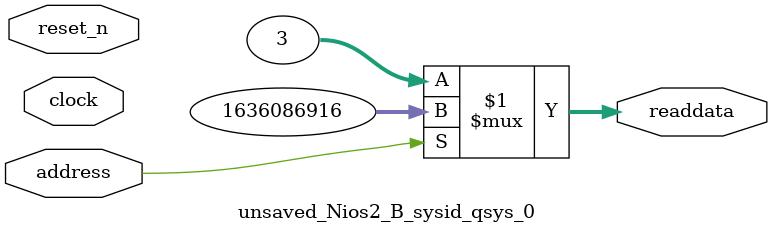
<source format=v>



// synthesis translate_off
`timescale 1ns / 1ps
// synthesis translate_on

// turn off superfluous verilog processor warnings 
// altera message_level Level1 
// altera message_off 10034 10035 10036 10037 10230 10240 10030 

module unsaved_Nios2_B_sysid_qsys_0 (
               // inputs:
                address,
                clock,
                reset_n,

               // outputs:
                readdata
             )
;

  output  [ 31: 0] readdata;
  input            address;
  input            clock;
  input            reset_n;

  wire    [ 31: 0] readdata;
  //control_slave, which is an e_avalon_slave
  assign readdata = address ? 1636086916 : 3;

endmodule



</source>
